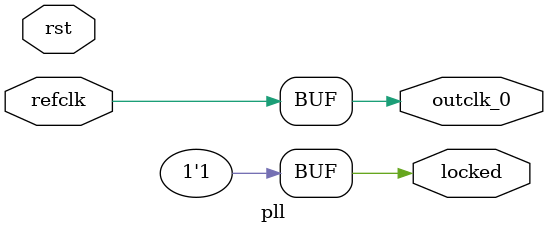
<source format=v>
`timescale 1 ps / 1 ps
module pll (
		input  wire  refclk,
		input  wire  rst,
		output wire  outclk_0,
		output wire  locked
	);

	assign outclk_0 = refclk;
	assign locked   = 1'b1;

endmodule

</source>
